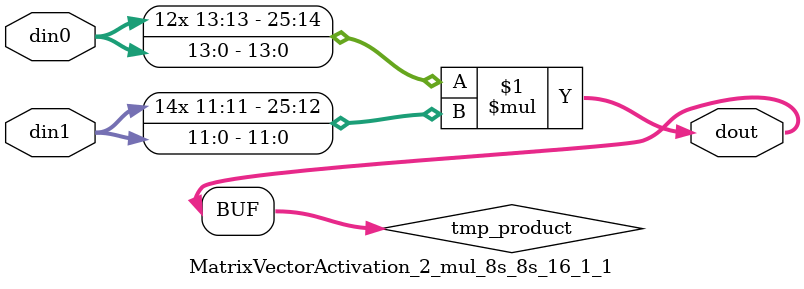
<source format=v>

`timescale 1 ns / 1 ps

  (* use_dsp = "no" *)  module MatrixVectorActivation_2_mul_8s_8s_16_1_1(din0, din1, dout);
parameter ID = 1;
parameter NUM_STAGE = 0;
parameter din0_WIDTH = 14;
parameter din1_WIDTH = 12;
parameter dout_WIDTH = 26;

input [din0_WIDTH - 1 : 0] din0; 
input [din1_WIDTH - 1 : 0] din1; 
output [dout_WIDTH - 1 : 0] dout;

wire signed [dout_WIDTH - 1 : 0] tmp_product;













assign tmp_product = $signed(din0) * $signed(din1);








assign dout = tmp_product;







endmodule

</source>
